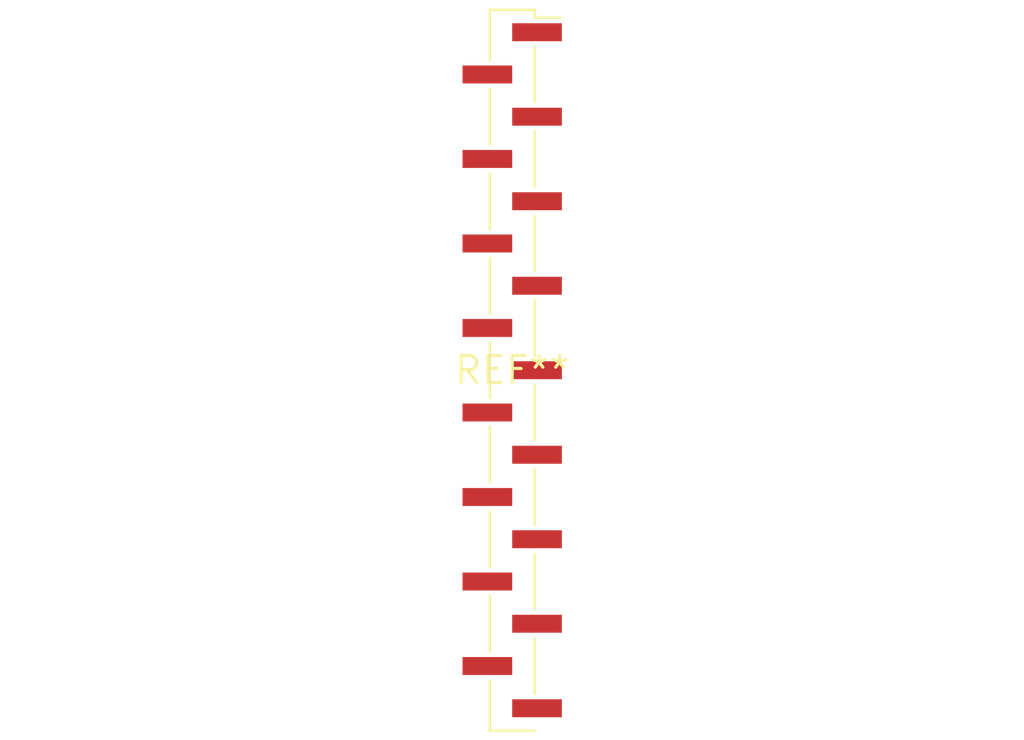
<source format=kicad_pcb>
(kicad_pcb (version 20240108) (generator pcbnew)
  (layers (0 "F.Cu" signal) (31 "B.Cu" signal) (34 "B.Paste" user) (35 "F.Paste" user) (36 "B.SilkS" user "B.Silkscreen") (37 "F.SilkS" user "F.Silkscreen") (38 "B.Mask" user) (39 "F.Mask" user) (44 "Edge.Cuts" user))
  (net 0 "")
  (footprint "PinHeader_1x17_P2.00mm_Vertical_SMD_Pin1Right" (layer "F.Cu") (at 0 0)
    (property "Reference" "REF**")
    (property "Value" "PinHeader_1x17_P2.00mm_Vertical_SMD_Pin1Right")
    (fp_line (start -1.06 -17.06) (end -1.06 -14.685) (layer "F.SilkS") (stroke (width 0.12)))
    (fp_line (start -1.06 -17.06) (end 1.06 -17.06) (layer "F.SilkS") (stroke (width 0.12)))
    (fp_line (start -1.06 -13.315) (end -1.06 -10.685) (layer "F.SilkS") (stroke (width 0.12)))
    (fp_line (start -1.06 -9.315) (end -1.06 -6.685) (layer "F.SilkS") (stroke (width 0.12)))
    (fp_line (start -1.06 -5.315) (end -1.06 -2.685) (layer "F.SilkS") (stroke (width 0.12)))
    (fp_line (start -1.06 -1.315) (end -1.06 1.315) (layer "F.SilkS") (stroke (width 0.12)))
    (fp_line (start -1.06 2.685) (end -1.06 5.315) (layer "F.SilkS") (stroke (width 0.12)))
    (fp_line (start -1.06 6.685) (end -1.06 9.315) (layer "F.SilkS") (stroke (width 0.12)))
    (fp_line (start -1.06 10.685) (end -1.06 13.315) (layer "F.SilkS") (stroke (width 0.12)))
    (fp_line (start -1.06 14.685) (end -1.06 17.06) (layer "F.SilkS") (stroke (width 0.12)))
    (fp_line (start -1.06 16.685) (end -1.06 17.06) (layer "F.SilkS") (stroke (width 0.12)))
    (fp_line (start -1.06 17.06) (end 1.06 17.06) (layer "F.SilkS") (stroke (width 0.12)))
    (fp_line (start 1.06 -17.06) (end 1.06 -16.685) (layer "F.SilkS") (stroke (width 0.12)))
    (fp_line (start 1.06 -16.685) (end 2.29 -16.685) (layer "F.SilkS") (stroke (width 0.12)))
    (fp_line (start 1.06 -15.315) (end 1.06 -12.685) (layer "F.SilkS") (stroke (width 0.12)))
    (fp_line (start 1.06 -11.315) (end 1.06 -8.685) (layer "F.SilkS") (stroke (width 0.12)))
    (fp_line (start 1.06 -7.315) (end 1.06 -4.685) (layer "F.SilkS") (stroke (width 0.12)))
    (fp_line (start 1.06 -3.315) (end 1.06 -0.685) (layer "F.SilkS") (stroke (width 0.12)))
    (fp_line (start 1.06 0.685) (end 1.06 3.315) (layer "F.SilkS") (stroke (width 0.12)))
    (fp_line (start 1.06 4.685) (end 1.06 7.315) (layer "F.SilkS") (stroke (width 0.12)))
    (fp_line (start 1.06 8.685) (end 1.06 11.315) (layer "F.SilkS") (stroke (width 0.12)))
    (fp_line (start 1.06 12.685) (end 1.06 15.315) (layer "F.SilkS") (stroke (width 0.12)))
    (pad "1" smd rect (at 1.175 -16) (size 2.35 0.85) (layers "F.Cu" "F.Paste" "F.Mask"))
    (pad "2" smd rect (at -1.175 -14) (size 2.35 0.85) (layers "F.Cu" "F.Paste" "F.Mask"))
    (pad "3" smd rect (at 1.175 -12) (size 2.35 0.85) (layers "F.Cu" "F.Paste" "F.Mask"))
    (pad "4" smd rect (at -1.175 -10) (size 2.35 0.85) (layers "F.Cu" "F.Paste" "F.Mask"))
    (pad "5" smd rect (at 1.175 -8) (size 2.35 0.85) (layers "F.Cu" "F.Paste" "F.Mask"))
    (pad "6" smd rect (at -1.175 -6) (size 2.35 0.85) (layers "F.Cu" "F.Paste" "F.Mask"))
    (pad "7" smd rect (at 1.175 -4) (size 2.35 0.85) (layers "F.Cu" "F.Paste" "F.Mask"))
    (pad "8" smd rect (at -1.175 -2) (size 2.35 0.85) (layers "F.Cu" "F.Paste" "F.Mask"))
    (pad "9" smd rect (at 1.175 0) (size 2.35 0.85) (layers "F.Cu" "F.Paste" "F.Mask"))
    (pad "10" smd rect (at -1.175 2) (size 2.35 0.85) (layers "F.Cu" "F.Paste" "F.Mask"))
    (pad "11" smd rect (at 1.175 4) (size 2.35 0.85) (layers "F.Cu" "F.Paste" "F.Mask"))
    (pad "12" smd rect (at -1.175 6) (size 2.35 0.85) (layers "F.Cu" "F.Paste" "F.Mask"))
    (pad "13" smd rect (at 1.175 8) (size 2.35 0.85) (layers "F.Cu" "F.Paste" "F.Mask"))
    (pad "14" smd rect (at -1.175 10) (size 2.35 0.85) (layers "F.Cu" "F.Paste" "F.Mask"))
    (pad "15" smd rect (at 1.175 12) (size 2.35 0.85) (layers "F.Cu" "F.Paste" "F.Mask"))
    (pad "16" smd rect (at -1.175 14) (size 2.35 0.85) (layers "F.Cu" "F.Paste" "F.Mask"))
    (pad "17" smd rect (at 1.175 16) (size 2.35 0.85) (layers "F.Cu" "F.Paste" "F.Mask"))
  )
)
</source>
